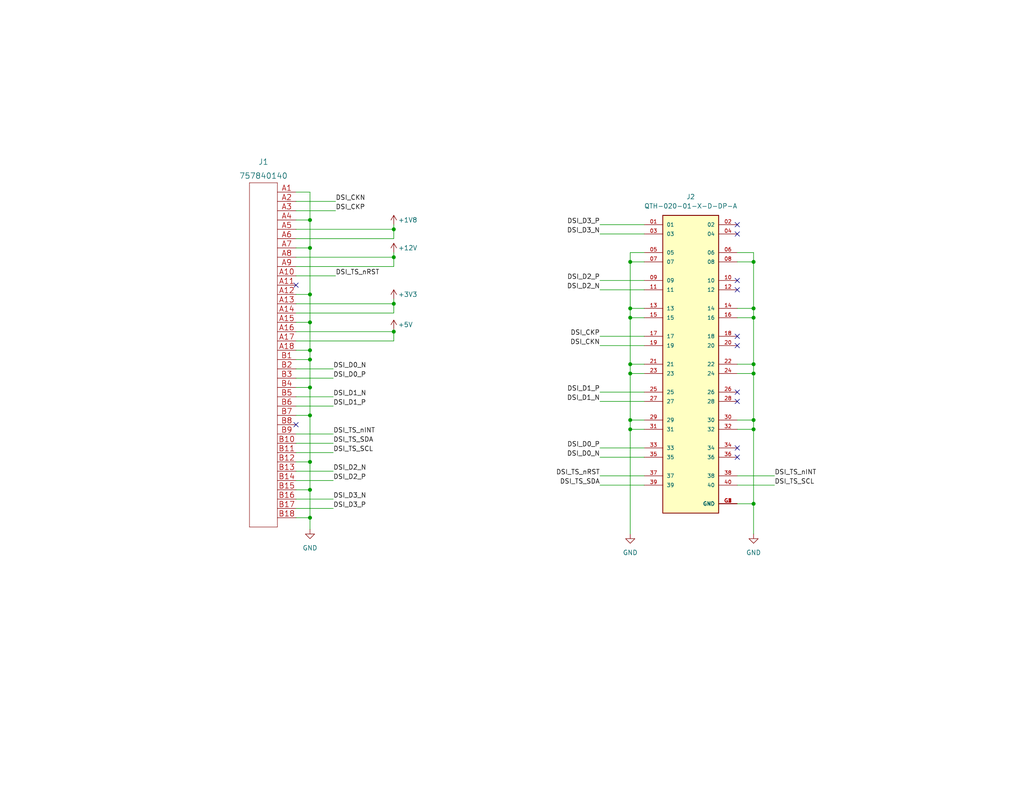
<source format=kicad_sch>
(kicad_sch (version 20211123) (generator eeschema)
  (paper "A")
  (lib_symbols
    (symbol "Molex_757840140:757840140" (pin_names (offset 0.254) hide)
      (property "Reference" "J?" (at 13.97 -43.18 0))
      (property "Value" "757840140" (at 13.97 -46.99 0))
      (symbol "757840140_1_1"
        (polyline (pts (xy 5.08 -91.44) (xy 12.7 -91.44)) (stroke (width 0.127)))
        (polyline (pts (xy 5.08 2.54) (xy 5.08 -91.44)) (stroke (width 0.127)))
        (polyline (pts (xy 12.7 -91.44) (xy 12.7 2.54)) (stroke (width 0.127)))
        (polyline (pts (xy 12.7 2.54) (xy 5.08 2.54)) (stroke (width 0.127)))
        (pin unspecified line (at 0 0 0) (length 5.08) (name "A1") (number "A1"))
        (pin unspecified line (at 0 -22.86 0) (length 5.08) (name "A10") (number "A10"))
        (pin unspecified line (at 0 -25.4 0) (length 5.08) (name "A11") (number "A11"))
        (pin unspecified line (at 0 -27.94 0) (length 5.08) (name "A12") (number "A12"))
        (pin unspecified line (at 0 -30.48 0) (length 5.08) (name "A13") (number "A13"))
        (pin unspecified line (at 0 -33.02 0) (length 5.08) (name "A14") (number "A14"))
        (pin unspecified line (at 0 -35.56 0) (length 5.08) (name "A15") (number "A15"))
        (pin unspecified line (at 0 -38.1 0) (length 5.08) (name "A16") (number "A16"))
        (pin unspecified line (at 0 -40.64 0) (length 5.08) (name "A17") (number "A17"))
        (pin unspecified line (at 0 -43.18 0) (length 5.08) (name "A18") (number "A18"))
        (pin unspecified line (at 0 -2.54 0) (length 5.08) (name "A2") (number "A2"))
        (pin unspecified line (at 0 -5.08 0) (length 5.08) (name "A3") (number "A3"))
        (pin unspecified line (at 0 -7.62 0) (length 5.08) (name "A4") (number "A4"))
        (pin unspecified line (at 0 -10.16 0) (length 5.08) (name "A5") (number "A5"))
        (pin unspecified line (at 0 -12.7 0) (length 5.08) (name "A6") (number "A6"))
        (pin unspecified line (at 0 -15.24 0) (length 5.08) (name "A7") (number "A7"))
        (pin unspecified line (at 0 -17.78 0) (length 5.08) (name "A8") (number "A8"))
        (pin unspecified line (at 0 -20.32 0) (length 5.08) (name "A9") (number "A9"))
        (pin unspecified line (at 0 -45.72 0) (length 5.08) (name "B1") (number "B1"))
        (pin unspecified line (at 0 -68.58 0) (length 5.08) (name "B10") (number "B10"))
        (pin unspecified line (at 0 -71.12 0) (length 5.08) (name "B11") (number "B11"))
        (pin unspecified line (at 0 -73.66 0) (length 5.08) (name "B12") (number "B12"))
        (pin unspecified line (at 0 -76.2 0) (length 5.08) (name "B13") (number "B13"))
        (pin unspecified line (at 0 -78.74 0) (length 5.08) (name "B14") (number "B14"))
        (pin unspecified line (at 0 -81.28 0) (length 5.08) (name "B15") (number "B15"))
        (pin unspecified line (at 0 -83.82 0) (length 5.08) (name "B16") (number "B16"))
        (pin unspecified line (at 0 -86.36 0) (length 5.08) (name "B17") (number "B17"))
        (pin unspecified line (at 0 -88.9 0) (length 5.08) (name "B18") (number "B18"))
        (pin unspecified line (at 0 -48.26 0) (length 5.08) (name "B2") (number "B2"))
        (pin unspecified line (at 0 -50.8 0) (length 5.08) (name "B3") (number "B3"))
        (pin unspecified line (at 0 -53.34 0) (length 5.08) (name "B4") (number "B4"))
        (pin unspecified line (at 0 -55.88 0) (length 5.08) (name "B5") (number "B5"))
        (pin unspecified line (at 0 -58.42 0) (length 5.08) (name "B6") (number "B6"))
        (pin unspecified line (at 0 -60.96 0) (length 5.08) (name "B7") (number "B7"))
        (pin unspecified line (at 0 -63.5 0) (length 5.08) (name "B8") (number "B8"))
        (pin unspecified line (at 0 -66.04 0) (length 5.08) (name "B9") (number "B9"))
      )
    )
    (symbol "QTH-020-01-X-D-DP-A:QTH-020-01-X-D-DP-A" (pin_names (offset 1.016))
      (property "Reference" "J" (at -7.62 41.402 0))
      (property "Value" "QTH-020-01-X-D-DP-A" (at -7.62 -41.402 0))
      (symbol "QTH-020-01-X-D-DP-A_0_0"
        (rectangle (start -7.62 -40.64) (end 7.62 40.64) (stroke (width 0.254)) (fill (type background)))
        (pin passive line (at -12.7 38.1 0) (length 5.08) (name "01") (number "01"))
        (pin passive line (at 12.7 38.1 180) (length 5.08) (name "02") (number "02"))
        (pin passive line (at -12.7 35.56 0) (length 5.08) (name "03") (number "03"))
        (pin passive line (at 12.7 35.56 180) (length 5.08) (name "04") (number "04"))
        (pin passive line (at -12.7 30.48 0) (length 5.08) (name "05") (number "05"))
        (pin passive line (at 12.7 30.48 180) (length 5.08) (name "06") (number "06"))
        (pin passive line (at -12.7 27.94 0) (length 5.08) (name "07") (number "07"))
        (pin passive line (at 12.7 27.94 180) (length 5.08) (name "08") (number "08"))
        (pin passive line (at -12.7 22.86 0) (length 5.08) (name "09") (number "09"))
        (pin passive line (at 12.7 22.86 180) (length 5.08) (name "10") (number "10"))
        (pin passive line (at -12.7 20.32 0) (length 5.08) (name "11") (number "11"))
        (pin passive line (at 12.7 20.32 180) (length 5.08) (name "12") (number "12"))
        (pin passive line (at -12.7 15.24 0) (length 5.08) (name "13") (number "13"))
        (pin passive line (at 12.7 15.24 180) (length 5.08) (name "14") (number "14"))
        (pin passive line (at -12.7 12.7 0) (length 5.08) (name "15") (number "15"))
        (pin passive line (at 12.7 12.7 180) (length 5.08) (name "16") (number "16"))
        (pin passive line (at -12.7 7.62 0) (length 5.08) (name "17") (number "17"))
        (pin passive line (at 12.7 7.62 180) (length 5.08) (name "18") (number "18"))
        (pin passive line (at -12.7 5.08 0) (length 5.08) (name "19") (number "19"))
        (pin passive line (at 12.7 5.08 180) (length 5.08) (name "20") (number "20"))
        (pin passive line (at -12.7 0 0) (length 5.08) (name "21") (number "21"))
        (pin passive line (at 12.7 0 180) (length 5.08) (name "22") (number "22"))
        (pin passive line (at -12.7 -2.54 0) (length 5.08) (name "23") (number "23"))
        (pin passive line (at 12.7 -2.54 180) (length 5.08) (name "24") (number "24"))
        (pin passive line (at -12.7 -7.62 0) (length 5.08) (name "25") (number "25"))
        (pin passive line (at 12.7 -7.62 180) (length 5.08) (name "26") (number "26"))
        (pin passive line (at -12.7 -10.16 0) (length 5.08) (name "27") (number "27"))
        (pin passive line (at 12.7 -10.16 180) (length 5.08) (name "28") (number "28"))
        (pin passive line (at -12.7 -15.24 0) (length 5.08) (name "29") (number "29"))
        (pin passive line (at 12.7 -15.24 180) (length 5.08) (name "30") (number "30"))
        (pin passive line (at -12.7 -17.78 0) (length 5.08) (name "31") (number "31"))
        (pin passive line (at 12.7 -17.78 180) (length 5.08) (name "32") (number "32"))
        (pin passive line (at -12.7 -22.86 0) (length 5.08) (name "33") (number "33"))
        (pin passive line (at 12.7 -22.86 180) (length 5.08) (name "34") (number "34"))
        (pin passive line (at -12.7 -25.4 0) (length 5.08) (name "35") (number "35"))
        (pin passive line (at 12.7 -25.4 180) (length 5.08) (name "36") (number "36"))
        (pin passive line (at -12.7 -30.48 0) (length 5.08) (name "37") (number "37"))
        (pin passive line (at 12.7 -30.48 180) (length 5.08) (name "38") (number "38"))
        (pin passive line (at -12.7 -33.02 0) (length 5.08) (name "39") (number "39"))
        (pin passive line (at 12.7 -33.02 180) (length 5.08) (name "40") (number "40"))
        (pin power_in line (at 12.7 -38.1 180) (length 5.08) (name "GND") (number "G1"))
        (pin power_in line (at 12.7 -38.1 180) (length 5.08) (name "GND") (number "G2"))
        (pin power_in line (at 12.7 -38.1 180) (length 5.08) (name "GND") (number "G3"))
        (pin power_in line (at 12.7 -38.1 180) (length 5.08) (name "GND") (number "G4"))
      )
    )
    (symbol "power:+12V" (power) (pin_names (offset 0))
      (property "Value" "+12V" (at 0 3.556 0))
      (symbol "+12V_0_1"
        (polyline (pts (xy -0.762 1.27) (xy 0 2.54)))
        (polyline (pts (xy 0 0) (xy 0 2.54)))
        (polyline (pts (xy 0 2.54) (xy 0.762 1.27)))
      )
      (symbol "+12V_1_1"
        (pin power_in line (at 0 0 90) (length 0) hide (name "+12V") (number "1"))
      )
    )
    (symbol "power:+1V8" (power) (pin_names (offset 0))
      (property "Value" "+1V8" (at 0 3.556 0))
      (symbol "+1V8_0_1"
        (polyline (pts (xy -0.762 1.27) (xy 0 2.54)))
        (polyline (pts (xy 0 0) (xy 0 2.54)))
        (polyline (pts (xy 0 2.54) (xy 0.762 1.27)))
      )
      (symbol "+1V8_1_1"
        (pin power_in line (at 0 0 90) (length 0) hide (name "+1V8") (number "1"))
      )
    )
    (symbol "power:+3.3V" (power) (pin_names (offset 0))
      (property "Value" "+3.3V" (at 0 3.556 0))
      (symbol "+3.3V_0_1"
        (polyline (pts (xy -0.762 1.27) (xy 0 2.54)))
        (polyline (pts (xy 0 0) (xy 0 2.54)))
        (polyline (pts (xy 0 2.54) (xy 0.762 1.27)))
      )
      (symbol "+3.3V_1_1"
        (pin power_in line (at 0 0 90) (length 0) hide (name "+3V3") (number "1"))
      )
    )
    (symbol "power:+5V" (power) (pin_names (offset 0))
      (property "Value" "+5V" (at 0 3.556 0))
      (symbol "+5V_0_1"
        (polyline (pts (xy -0.762 1.27) (xy 0 2.54)))
        (polyline (pts (xy 0 0) (xy 0 2.54)))
        (polyline (pts (xy 0 2.54) (xy 0.762 1.27)))
      )
      (symbol "+5V_1_1"
        (pin power_in line (at 0 0 90) (length 0) hide (name "+5V") (number "1"))
      )
    )
    (symbol "power:GND" (power) (pin_names (offset 0))
      (property "Value" "GND" (at 0 -3.81 0))
      (symbol "GND_0_1"
        (polyline (pts (xy 0 0) (xy 0 -1.27) (xy 1.27 -1.27) (xy 0 -2.54) (xy -1.27 -1.27) (xy 0 -1.27)))
      )
      (symbol "GND_1_1"
        (pin power_in line (at 0 0 270) (length 0) hide (name "GND") (number "1"))
      )
    )
  )
  (junction (at 205.613 99.441))
  (junction (at 107.442 90.551))
  (junction (at 84.582 88.011))
  (junction (at 171.958 99.441))
  (junction (at 171.958 114.681))
  (junction (at 84.582 95.631))
  (junction (at 205.613 101.981))
  (junction (at 84.582 98.171))
  (junction (at 107.442 82.931))
  (junction (at 205.613 114.681))
  (junction (at 205.613 137.541))
  (junction (at 171.958 101.981))
  (junction (at 205.613 86.741))
  (junction (at 171.958 86.741))
  (junction (at 107.442 70.231))
  (junction (at 84.582 105.791))
  (junction (at 171.958 71.501))
  (junction (at 171.958 84.201))
  (junction (at 84.582 60.071))
  (junction (at 171.958 117.221))
  (junction (at 84.582 67.691))
  (junction (at 107.442 62.611))
  (junction (at 84.582 80.391))
  (junction (at 84.582 126.111))
  (junction (at 84.582 141.351))
  (junction (at 84.582 133.731))
  (junction (at 84.582 113.411))
  (junction (at 205.613 71.501))
  (junction (at 205.613 117.221))
  (junction (at 205.613 84.201))
  (no_connect (at 201.168 124.841))
  (no_connect (at 80.772 77.851))
  (no_connect (at 201.168 76.581))
  (no_connect (at 201.168 94.361))
  (no_connect (at 201.168 79.121))
  (no_connect (at 201.168 91.821))
  (no_connect (at 201.168 63.881))
  (no_connect (at 201.168 61.341))
  (no_connect (at 201.168 109.601))
  (no_connect (at 201.168 107.061))
  (no_connect (at 201.168 122.301))
  (no_connect (at 80.772 115.951))
  (wire (pts (xy 171.958 114.681) (xy 171.958 117.221)))
  (wire (pts (xy 80.772 128.651) (xy 90.932 128.651)))
  (wire (pts (xy 80.772 54.991) (xy 91.567 54.991)))
  (wire (pts (xy 80.772 70.231) (xy 107.442 70.231)))
  (wire (pts (xy 80.772 121.031) (xy 90.932 121.031)))
  (wire (pts (xy 205.613 71.501) (xy 205.613 68.961)))
  (wire (pts (xy 84.582 141.351) (xy 84.582 144.526)))
  (wire (pts (xy 107.442 65.151) (xy 80.772 65.151)))
  (wire (pts (xy 80.772 88.011) (xy 84.582 88.011)))
  (wire (pts (xy 163.703 124.841) (xy 175.768 124.841)))
  (wire (pts (xy 80.772 85.471) (xy 107.442 85.471)))
  (wire (pts (xy 201.168 86.741) (xy 205.613 86.741)))
  (wire (pts (xy 171.958 101.981) (xy 175.768 101.981)))
  (wire (pts (xy 201.168 99.441) (xy 205.613 99.441)))
  (wire (pts (xy 84.582 95.631) (xy 84.582 88.011)))
  (wire (pts (xy 171.958 99.441) (xy 171.958 101.981)))
  (wire (pts (xy 80.772 131.191) (xy 90.932 131.191)))
  (wire (pts (xy 107.442 93.091) (xy 107.442 90.551)))
  (wire (pts (xy 205.613 145.796) (xy 205.613 137.541)))
  (wire (pts (xy 201.168 101.981) (xy 205.613 101.981)))
  (wire (pts (xy 80.772 82.931) (xy 107.442 82.931)))
  (wire (pts (xy 175.768 68.961) (xy 171.958 68.961)))
  (wire (pts (xy 201.168 117.221) (xy 205.613 117.221)))
  (wire (pts (xy 80.772 60.071) (xy 84.582 60.071)))
  (wire (pts (xy 84.582 67.691) (xy 84.582 60.071)))
  (wire (pts (xy 171.958 117.221) (xy 171.958 145.796)))
  (wire (pts (xy 175.768 71.501) (xy 171.958 71.501)))
  (wire (pts (xy 163.703 107.061) (xy 175.768 107.061)))
  (wire (pts (xy 205.613 86.741) (xy 205.613 99.441)))
  (wire (pts (xy 201.168 84.201) (xy 205.613 84.201)))
  (wire (pts (xy 84.582 133.731) (xy 84.582 141.351)))
  (wire (pts (xy 84.582 126.111) (xy 84.582 133.731)))
  (wire (pts (xy 80.772 93.091) (xy 107.442 93.091)))
  (wire (pts (xy 163.703 91.821) (xy 175.768 91.821)))
  (wire (pts (xy 80.772 123.571) (xy 90.932 123.571)))
  (wire (pts (xy 163.703 94.361) (xy 175.768 94.361)))
  (wire (pts (xy 80.772 110.871) (xy 90.932 110.871)))
  (wire (pts (xy 80.772 108.331) (xy 90.932 108.331)))
  (wire (pts (xy 80.772 100.711) (xy 90.932 100.711)))
  (wire (pts (xy 80.772 95.631) (xy 84.582 95.631)))
  (wire (pts (xy 163.703 109.601) (xy 175.768 109.601)))
  (wire (pts (xy 84.582 80.391) (xy 84.582 67.691)))
  (wire (pts (xy 171.958 71.501) (xy 171.958 84.201)))
  (wire (pts (xy 171.958 101.981) (xy 171.958 114.681)))
  (wire (pts (xy 80.772 80.391) (xy 84.582 80.391)))
  (wire (pts (xy 80.772 126.111) (xy 84.582 126.111)))
  (wire (pts (xy 80.772 57.531) (xy 91.567 57.531)))
  (wire (pts (xy 84.582 88.011) (xy 84.582 80.391)))
  (wire (pts (xy 107.442 68.961) (xy 107.442 70.231)))
  (wire (pts (xy 80.772 67.691) (xy 84.582 67.691)))
  (wire (pts (xy 84.582 52.451) (xy 80.772 52.451)))
  (wire (pts (xy 107.442 70.231) (xy 107.442 72.771)))
  (wire (pts (xy 107.442 61.341) (xy 107.442 62.611)))
  (wire (pts (xy 205.613 84.201) (xy 205.613 86.741)))
  (wire (pts (xy 201.168 114.681) (xy 205.613 114.681)))
  (wire (pts (xy 163.703 79.121) (xy 175.768 79.121)))
  (wire (pts (xy 80.772 141.351) (xy 84.582 141.351)))
  (wire (pts (xy 201.168 129.921) (xy 211.328 129.921)))
  (wire (pts (xy 84.582 113.411) (xy 84.582 126.111)))
  (wire (pts (xy 205.613 99.441) (xy 205.613 101.981)))
  (wire (pts (xy 107.442 62.611) (xy 107.442 65.151)))
  (wire (pts (xy 80.772 113.411) (xy 84.582 113.411)))
  (wire (pts (xy 163.703 63.881) (xy 175.768 63.881)))
  (wire (pts (xy 107.442 85.471) (xy 107.442 82.931)))
  (wire (pts (xy 205.613 101.981) (xy 205.613 114.681)))
  (wire (pts (xy 171.958 117.221) (xy 175.768 117.221)))
  (wire (pts (xy 205.613 68.961) (xy 201.168 68.961)))
  (wire (pts (xy 84.582 60.071) (xy 84.582 52.451)))
  (wire (pts (xy 163.703 61.341) (xy 175.768 61.341)))
  (wire (pts (xy 171.958 114.681) (xy 175.768 114.681)))
  (wire (pts (xy 84.582 105.791) (xy 84.582 113.411)))
  (wire (pts (xy 80.772 136.271) (xy 90.932 136.271)))
  (wire (pts (xy 80.772 105.791) (xy 84.582 105.791)))
  (wire (pts (xy 205.613 117.221) (xy 205.613 137.541)))
  (wire (pts (xy 171.958 68.961) (xy 171.958 71.501)))
  (wire (pts (xy 80.772 75.311) (xy 91.567 75.311)))
  (wire (pts (xy 201.168 71.501) (xy 205.613 71.501)))
  (wire (pts (xy 107.442 72.771) (xy 80.772 72.771)))
  (wire (pts (xy 80.772 98.171) (xy 84.582 98.171)))
  (wire (pts (xy 80.772 118.491) (xy 90.932 118.491)))
  (wire (pts (xy 171.958 84.201) (xy 175.768 84.201)))
  (wire (pts (xy 107.442 89.916) (xy 107.442 90.551)))
  (wire (pts (xy 163.703 122.301) (xy 175.768 122.301)))
  (wire (pts (xy 107.442 82.931) (xy 107.442 81.661)))
  (wire (pts (xy 80.772 138.811) (xy 90.932 138.811)))
  (wire (pts (xy 163.703 129.921) (xy 175.768 129.921)))
  (wire (pts (xy 80.772 103.251) (xy 90.932 103.251)))
  (wire (pts (xy 171.958 84.201) (xy 171.958 86.741)))
  (wire (pts (xy 84.582 98.171) (xy 84.582 105.791)))
  (wire (pts (xy 201.168 132.461) (xy 211.328 132.461)))
  (wire (pts (xy 205.613 84.201) (xy 205.613 71.501)))
  (wire (pts (xy 80.772 62.611) (xy 107.442 62.611)))
  (wire (pts (xy 80.772 133.731) (xy 84.582 133.731)))
  (wire (pts (xy 163.703 76.581) (xy 175.768 76.581)))
  (wire (pts (xy 171.958 86.741) (xy 175.768 86.741)))
  (wire (pts (xy 171.958 99.441) (xy 175.768 99.441)))
  (wire (pts (xy 84.582 95.631) (xy 84.582 98.171)))
  (wire (pts (xy 163.703 132.461) (xy 175.768 132.461)))
  (wire (pts (xy 171.958 86.741) (xy 171.958 99.441)))
  (wire (pts (xy 205.613 114.681) (xy 205.613 117.221)))
  (wire (pts (xy 107.442 90.551) (xy 80.772 90.551)))
  (wire (pts (xy 205.613 137.541) (xy 201.168 137.541)))
  (label "DSI_D0_N" (at 90.932 100.711 0))
  (label "DSI_D2_N" (at 163.703 79.121 180))
  (label "DSI_D2_N" (at 90.932 128.651 0))
  (label "DSI_D3_N" (at 163.703 63.881 180))
  (label "DSI_TS_SDA" (at 90.932 121.031 0))
  (label "DSI_TS_SCL" (at 90.932 123.571 0))
  (label "DSI_D2_P" (at 163.703 76.581 180))
  (label "DSI_D1_N" (at 90.932 108.331 0))
  (label "DSI_D1_P" (at 163.703 107.061 180))
  (label "DSI_CKN" (at 163.703 94.361 180))
  (label "DSI_D3_N" (at 90.932 136.271 0))
  (label "DSI_D1_P" (at 90.932 110.871 0))
  (label "DSI_D0_P" (at 163.703 122.301 180))
  (label "DSI_D1_N" (at 163.703 109.601 180))
  (label "DSI_TS_nINT" (at 211.328 129.921 0))
  (label "DSI_D0_P" (at 90.932 103.251 0))
  (label "DSI_D2_P" (at 90.932 131.191 0))
  (label "DSI_CKP" (at 163.703 91.821 180))
  (label "DSI_TS_SDA" (at 163.703 132.461 180))
  (label "DSI_CKN" (at 91.567 54.991 0))
  (label "DSI_TS_SCL" (at 211.328 132.461 0))
  (label "DSI_D3_P" (at 90.932 138.811 0))
  (label "DSI_TS_nRST" (at 163.703 129.921 180))
  (label "DSI_D0_N" (at 163.703 124.841 180))
  (label "DSI_TS_nINT" (at 90.932 118.491 0))
  (label "DSI_D3_P" (at 163.703 61.341 180))
  (label "DSI_CKP" (at 91.567 57.531 0))
  (label "DSI_TS_nRST" (at 91.567 75.311 0))
  (symbol (lib_id "power:+3.3V") (at 107.442 81.661 0) (unit 1)
    (property "Reference" "#PWR0105" (effects hide))
    (property "Value" "+3.3V" (at 111.252 80.391 0))
  )
  (symbol (lib_id "power:+5V") (at 107.442 89.916 0) (unit 1)
    (property "Reference" "#PWR0102" (effects hide))
    (property "Value" "+5V" (at 110.617 88.646 0))
  )
  (symbol (lib_id "power:GND") (at 205.613 145.796 0) (unit 1)
    (property "Reference" "#PWR?" (effects hide))
    (property "Value" "GND" (at 205.613 150.876 0))
  )
  (symbol (lib_id "power:+1V8") (at 107.442 61.341 0) (unit 1)
    (property "Reference" "#PWR0104" (effects hide))
    (property "Value" "+1V8" (at 111.252 60.071 0))
  )
  (symbol (lib_id "power:+12V") (at 107.442 68.961 0) (unit 1)
    (property "Reference" "#PWR0103" (effects hide))
    (property "Value" "+12V" (at 111.252 67.691 0))
  )
  (symbol (lib_id "power:GND") (at 84.582 144.526 0) (unit 1)
    (property "Reference" "#PWR0101" (effects hide))
    (property "Value" "GND" (at 84.582 149.606 0))
  )
  (symbol (lib_id "power:GND") (at 171.958 145.796 0) (unit 1)
    (property "Reference" "#PWR?" (effects hide))
    (property "Value" "GND" (at 171.958 150.876 0))
  )
  (symbol (lib_id "QTH-020-01-X-D-DP-A:QTH-020-01-X-D-DP-A") (at 188.468 99.441 0) (unit 1)
    (property "Reference" "J2" (at 188.468 53.721 0))
    (property "Value" "QTH-020-01-X-D-DP-A" (at 188.468 56.261 0))
    (property "Footprint" "QTH-020-01-X-D-DP-A:SAMTEC_QTH-020-01-X-D-DP-A" (effects hide))
    (property "STANDARD" "Manufacturer Recommendations" (effects hide))
    (property "MAXIMUM_PACKAGE_HEIGHT" "4.347mm" (effects hide))
    (property "MANUFACTURER" "Samtec" (effects hide))
    (property "PARTREV" "L" (effects hide))
  )
  (symbol (lib_id "Molex_757840140:757840140") (at 80.772 52.451 0) (mirror y) (unit 1)
    (property "Reference" "J1" (at 71.882 44.196 0) (effects (font (size 1.524 1.524))))
    (property "Value" "757840140" (at 71.882 48.006 0) (effects (font (size 1.524 1.524))))
    (property "Footprint" "Molex_757840140:757840140" (effects hide))
  )
)
</source>
